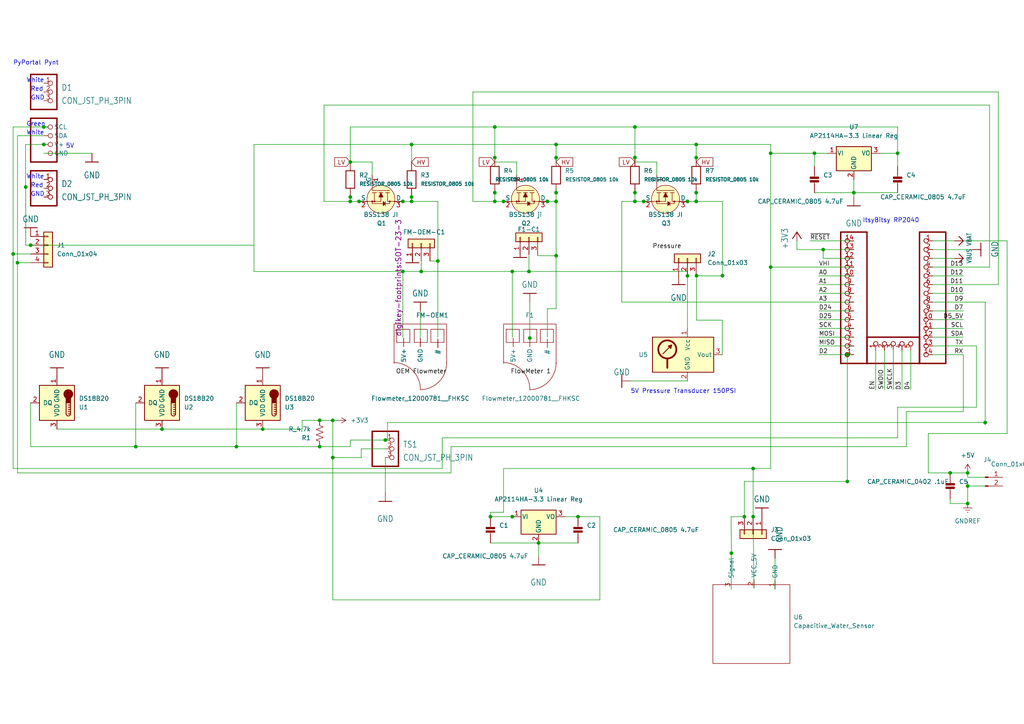
<source format=kicad_sch>
(kicad_sch (version 20211123) (generator eeschema)
  (paper "A4")
  (lib_symbols
    (symbol "Adafruit ItsyBitsy RP2040-eagle-import:+3V3" (power)
      (property "Value" "+3V3" (at -2.54 -5.08 90))
      (symbol "+3V3_1_0"
        (pin power_in line (at 0 -2.54 90) (length 2.54) (name "+3V3") (number "1"))
      )
    )
    (symbol "Adafruit ItsyBitsy RP2040-eagle-import:GND" (power)
      (property "Value" "GND" (at -2.54 -2.54 0))
      (symbol "GND_1_0"
        (pin power_in line (at 0 2.54 270) (length 2.54) (name "GND") (number "1"))
      )
    )
    (symbol "Adafruit ItsyBitsy RP2040-eagle-import:HEADER-1X14"
      (property "Reference" "JP" (at -6.35 20.955 0))
      (property "Value" "HEADER-1X14" (at -6.35 -20.32 0))
      (symbol "HEADER-1X14_1_0"
        (pin passive inverted (at -2.54 17.78 0) (length 2.54) (name "1") (number "1"))
        (pin passive inverted (at -2.54 -5.08 0) (length 2.54) (name "10") (number "10"))
        (pin passive inverted (at -2.54 -7.62 0) (length 2.54) (name "11") (number "11"))
        (pin passive inverted (at -2.54 -10.16 0) (length 2.54) (name "12") (number "12"))
        (pin passive inverted (at -2.54 -12.7 0) (length 2.54) (name "13") (number "13"))
        (pin passive inverted (at -2.54 -15.24 0) (length 2.54) (name "14") (number "14"))
        (pin passive inverted (at -2.54 15.24 0) (length 2.54) (name "2") (number "2"))
        (pin passive inverted (at -2.54 12.7 0) (length 2.54) (name "3") (number "3"))
        (pin passive inverted (at -2.54 10.16 0) (length 2.54) (name "4") (number "4"))
        (pin passive inverted (at -2.54 7.62 0) (length 2.54) (name "5") (number "5"))
        (pin passive inverted (at -2.54 5.08 0) (length 2.54) (name "6") (number "6"))
        (pin passive inverted (at -2.54 2.54 0) (length 2.54) (name "7") (number "7"))
        (pin passive inverted (at -2.54 0 0) (length 2.54) (name "8") (number "8"))
        (pin passive inverted (at -2.54 -2.54 0) (length 2.54) (name "9") (number "9"))
      )
    )
    (symbol "Adafruit ItsyBitsy RP2040-eagle-import:HEADER-1X570MIL"
      (property "Reference" "JP" (at -6.35 8.255 0))
      (property "Value" "HEADER-1X570MIL" (at -6.35 -10.16 0))
      (symbol "HEADER-1X570MIL_1_0"
        (pin passive inverted (at -2.54 5.08 0) (length 2.54) (name "1") (number "1"))
        (pin passive inverted (at -2.54 2.54 0) (length 2.54) (name "2") (number "2"))
        (pin passive inverted (at -2.54 0 0) (length 2.54) (name "3") (number "3"))
        (pin passive inverted (at -2.54 -2.54 0) (length 2.54) (name "4") (number "4"))
        (pin passive inverted (at -2.54 -5.08 0) (length 2.54) (name "5") (number "5"))
      )
    )
    (symbol "Adafruit ItsyBitsy RP2040-eagle-import:VBAT" (power)
      (property "Value" "VBAT" (at -1.524 1.016 0))
      (symbol "VBAT_1_0"
        (pin power_in line (at 0 -2.54 90) (length 2.54) (name "VBAT") (number "1"))
      )
    )
    (symbol "Adafruit ItsyBitsy RP2040-eagle-import:VBUS" (power)
      (property "Value" "VBUS" (at -1.524 1.016 0))
      (symbol "VBUS_1_0"
        (pin power_in line (at 0 -2.54 90) (length 2.54) (name "VBUS") (number "1"))
      )
    )
    (symbol "BBEcent-eagle-import:CAP_CERAMIC_0805"
      (property "Reference" "C" (at -2.29 1.25 90))
      (property "Value" "CAP_CERAMIC_0805" (at 2.3 1.25 90))
      (symbol "CAP_CERAMIC_0805_1_0"
        (pin passive line (at 0 5.08 270) (length 2.54) (name "1") (number "1"))
        (pin passive line (at 0 -2.54 90) (length 2.54) (name "2") (number "2"))
      )
    )
    (symbol "BBEcent-eagle-import:CON_JST_PH_3PIN"
      (property "Reference" "X" (at -6.35 5.715 0))
      (property "Value" "CON_JST_PH_3PIN" (at -6.35 -7.62 0))
      (symbol "CON_JST_PH_3PIN_1_0"
        (pin passive inverted (at -2.54 2.54 0) (length 2.54) (name "1") (number "1"))
        (pin passive inverted (at -2.54 0 0) (length 2.54) (name "2") (number "2"))
        (pin passive inverted (at -2.54 -2.54 0) (length 2.54) (name "3") (number "3"))
      )
    )
    (symbol "BBEcent-eagle-import:Capacitive_Water_Sensor"
      (property "Reference" "U" (at 0 0 0))
      (property "Value" "Capacitive_Water_Sensor" (at 0 0 0))
      (symbol "Capacitive_Water_Sensor_1_1"
        (pin passive line (at 6.096 25.146 90) (length 2.54) (name "GND") (number "1"))
        (pin power_in line (at 0 25.4 90) (length 2.54) (name "VCC_5V") (number "2"))
        (pin output line (at -6.604 25.146 90) (length 2.54) (name "Signal") (number "3"))
      )
    )
    (symbol "BBEcent-eagle-import:Flowmeter_12000781__FHKSC"
      (property "Reference" "F" (at 0 0 0))
      (property "Value" "Flowmeter_12000781__FHKSC" (at 0 0 0))
      (symbol "Flowmeter_12000781__FHKSC_1_1"
        (pin output line (at 5.08 17.272 270) (length 2.54) (name "#") (number ""))
        (pin input line (at -4.826 17.526 270) (length 2.54) (name "5V+") (number ""))
        (pin passive line (at 0 17.526 270) (length 2.54) (name "GND") (number ""))
      )
    )
    (symbol "BBEcent-eagle-import:GND" (power)
      (property "Value" "GND" (at -2.54 -2.54 0))
      (symbol "GND_1_0"
        (pin power_in line (at 0 2.54 270) (length 2.54) (name "GND") (number "1"))
      )
    )
    (symbol "BBEcent-eagle-import:RESISTOR_0805"
      (property "Reference" "R" (at 0 2.54 0))
      (property "Value" "RESISTOR_0805" (at 0 0 0))
      (symbol "RESISTOR_0805_1_0"
        (pin passive line (at -5.08 0 0) (length 2.54) (name "1") (number "1"))
        (pin passive line (at 5.08 0 180) (length 2.54) (name "2") (number "2"))
      )
    )
    (symbol "BBEcent-eagle-import:STEMMA_I2C_QT"
      (symbol "STEMMA_I2C_QT_1_0"
        (pin passive inverted (at 0 5.08 0) (length 2.54) (name "GND") (number "1"))
        (pin passive inverted (at 0 2.54 0) (length 2.54) (name "V+") (number "2"))
        (pin passive inverted (at 0 0 0) (length 2.54) (name "SDA") (number "3"))
        (pin passive inverted (at 0 -2.54 0) (length 2.54) (name "SCL") (number "4"))
      )
      (symbol "STEMMA_I2C_QT_2_0"
        (pin bidirectional line (at 0 0 0) (length 5.08) (name "MT") (number "MT1"))
      )
      (symbol "STEMMA_I2C_QT_3_0"
        (pin bidirectional line (at 0 0 0) (length 5.08) (name "MT") (number "MT2"))
      )
    )
    (symbol "Connector:Conn_01x02_Male" (pin_names (offset 1.016) hide)
      (property "Reference" "J" (at 0 2.54 0))
      (property "Value" "Conn_01x02_Male" (at 0 -5.08 0))
      (symbol "Conn_01x02_Male_1_1"
        (pin passive line (at 5.08 0 180) (length 3.81) (name "Pin_1") (number "1"))
        (pin passive line (at 5.08 -2.54 180) (length 3.81) (name "Pin_2") (number "2"))
      )
    )
    (symbol "Connector_Generic:Conn_01x03" (pin_names (offset 1.016) hide)
      (property "Reference" "J" (at 0 5.08 0))
      (property "Value" "Conn_01x03" (at 0 -5.08 0))
      (symbol "Conn_01x03_1_1"
        (pin passive line (at -5.08 2.54 0) (length 3.81) (name "Pin_1") (number "1"))
        (pin passive line (at -5.08 0 0) (length 3.81) (name "Pin_2") (number "2"))
        (pin passive line (at -5.08 -2.54 0) (length 3.81) (name "Pin_3") (number "3"))
      )
    )
    (symbol "Connector_Generic:Conn_01x04" (pin_names (offset 1.016) hide)
      (property "Reference" "J" (at 0 5.08 0))
      (property "Value" "Conn_01x04" (at 0 -7.62 0))
      (symbol "Conn_01x04_1_1"
        (pin passive line (at -5.08 2.54 0) (length 3.81) (name "Pin_1") (number "1"))
        (pin passive line (at -5.08 0 0) (length 3.81) (name "Pin_2") (number "2"))
        (pin passive line (at -5.08 -2.54 0) (length 3.81) (name "Pin_3") (number "3"))
        (pin passive line (at -5.08 -5.08 0) (length 3.81) (name "Pin_4") (number "4"))
      )
    )
    (symbol "Device:R_US" (pin_numbers hide) (pin_names (offset 0))
      (property "Reference" "R" (at 2.54 0 90))
      (property "Value" "R_US" (at -2.54 0 90))
      (symbol "R_US_1_1"
        (pin passive line (at 0 3.81 270) (length 1.27) (name "~") (number "1"))
        (pin passive line (at 0 -3.81 90) (length 1.27) (name "~") (number "2"))
      )
    )
    (symbol "Regulator_Linear:LT1129-3.3_SOT223" (pin_names (offset 0.254))
      (property "Reference" "U" (at -3.81 3.175 0))
      (property "Value" "LT1129-3.3_SOT223" (at 0 3.175 0))
      (symbol "LT1129-3.3_SOT223_1_1"
        (pin power_in line (at -7.62 0 0) (length 2.54) (name "VI") (number "1"))
        (pin power_in line (at 0 -7.62 90) (length 2.54) (name "GND") (number "2"))
        (pin power_out line (at 7.62 0 180) (length 2.54) (name "VO") (number "3"))
      )
    )
    (symbol "Sensor_Pressure:40PC150G"
      (property "Reference" "U" (at -10.16 6.35 0))
      (property "Value" "40PC150G" (at 6.35 6.35 0))
      (symbol "40PC150G_1_1"
        (pin power_in line (at 0 7.62 270) (length 2.54) (name "Vcc") (number "1"))
        (pin power_in line (at 0 -7.62 90) (length 2.54) (name "GND") (number "2"))
        (pin output line (at 10.16 0 180) (length 2.54) (name "Vout") (number "3"))
        (pin no_connect line (at -7.62 -5.08 90) (length 2.54) hide (name "NC") (number "4"))
        (pin no_connect line (at -5.08 -5.08 90) (length 2.54) hide (name "NC") (number "5"))
        (pin no_connect line (at -2.54 -5.08 90) (length 2.54) hide (name "NC") (number "6"))
      )
    )
    (symbol "Sensor_Temperature:DS18B20" (pin_names (offset 1.016))
      (property "Reference" "U" (at -3.81 6.35 0))
      (property "Value" "DS18B20" (at 6.35 6.35 0))
      (symbol "DS18B20_1_1"
        (pin power_in line (at 0 -7.62 90) (length 2.54) (name "GND") (number "1"))
        (pin bidirectional line (at 7.62 0 180) (length 2.54) (name "DQ") (number "2"))
        (pin power_in line (at 0 7.62 270) (length 2.54) (name "VDD") (number "3"))
      )
    )
    (symbol "dk_Transistors-FETs-MOSFETs-Single:BSS138LT1G" (pin_names (offset 0))
      (property "Reference" "Q" (at -3.81 3.81 0))
      (property "Value" "BSS138LT1G" (at 5.08 0 90))
      (symbol "BSS138LT1G_1_1"
        (pin bidirectional line (at -7.62 -2.54 0) (length 2.54) (name "G") (number "1"))
        (pin bidirectional line (at 0 -6.35 90) (length 2.54) (name "S") (number "2"))
        (pin bidirectional line (at 0 6.35 270) (length 2.54) (name "D") (number "3"))
      )
    )
    (symbol "power:+3.3V" (power) (pin_names (offset 0))
      (property "Value" "+3.3V" (at 0 3.556 0))
      (symbol "+3.3V_1_1"
        (pin power_in line (at 0 0 90) (length 0) hide (name "+3V3") (number "1"))
      )
    )
    (symbol "power:+5V" (power) (pin_names (offset 0))
      (property "Value" "+5V" (at 0 3.556 0))
      (symbol "+5V_1_1"
        (pin power_in line (at 0 0 90) (length 0) hide (name "+5V") (number "1"))
      )
    )
    (symbol "power:GNDREF" (power) (pin_names (offset 0))
      (property "Value" "GNDREF" (at 0 -3.81 0))
      (symbol "GNDREF_1_1"
        (pin power_in line (at 0 0 270) (length 0) hide (name "GNDREF") (number "1"))
      )
    )
  )
  (junction (at 184.15 45.72))
  (junction (at 101.6 46.99))
  (junction (at 161.29 45.72))
  (junction (at 201.93 55.88))
  (junction (at 7.4676 54.2544))
  (junction (at 92.71 129.54))
  (junction (at 96.52 121.92))
  (junction (at 143.51 45.72))
  (junction (at 119.38 41.91))
  (junction (at 104.14 58.42))
  (junction (at 143.51 36.83))
  (junction (at 236.22 44.45))
  (junction (at 161.29 74.168))
  (junction (at 101.6 58.42))
  (junction (at 68.58 129.54))
  (junction (at 12.7 36.83))
  (junction (at 199.39 80.01))
  (junction (at 92.71 121.92))
  (junction (at 161.29 55.88))
  (junction (at 119.38 58.42))
  (junction (at 119.38 57.15))
  (junction (at 245.745 102.87))
  (junction (at 127 75.692))
  (junction (at 122.174 78.74))
  (junction (at 260.35 44.45))
  (junction (at 116.84 58.42))
  (junction (at 209.55 79.9592))
  (junction (at 143.51 55.88))
  (junction (at 39.37 129.54))
  (junction (at 280.67 137.16))
  (junction (at 218.44 135.89))
  (junction (at 158.75 58.42))
  (junction (at 8.89 71.12))
  (junction (at 5.08 76.2))
  (junction (at 280.67 140.97))
  (junction (at 202.0316 79.9592))
  (junction (at 215.9 149.86))
  (junction (at 275.59 137.16))
  (junction (at 153.416 78.74))
  (junction (at 245.7704 139.6492))
  (junction (at 186.69 58.42))
  (junction (at 201.93 41.91))
  (junction (at 96.52 132.715))
  (junction (at 146.05 58.42))
  (junction (at 167.64 149.86))
  (junction (at 111.76 127.635))
  (junction (at 3.81 73.66))
  (junction (at 116.84 78.74))
  (junction (at 199.39 58.42))
  (junction (at 280.67 146.05))
  (junction (at 101.6 57.15))
  (junction (at 153.67 98.044))
  (junction (at 148.59 78.74))
  (junction (at 184.15 58.42))
  (junction (at 184.15 55.88))
  (junction (at 238.76 72.39))
  (junction (at 285.75 122.555))
  (junction (at 142.24 149.86))
  (junction (at 218.44 149.86))
  (junction (at 247.65 55.88))
  (junction (at 12.7 41.91))
  (junction (at 212.1408 160.4264))
  (junction (at 223.52 44.45))
  (junction (at 201.93 58.42))
  (junction (at 223.52 77.47))
  (junction (at 143.51 58.42))
  (junction (at 148.59 149.86))
  (junction (at 161.29 41.91))
  (junction (at 76.2 124.46))
  (junction (at 156.21 157.48))
  (junction (at 201.93 45.72))
  (junction (at 161.29 58.42))
  (junction (at 46.99 124.46))
  (junction (at 184.15 36.83))
  (wire (pts (xy 130.81 137.16) (xy 130.81 129.54)))
  (wire (pts (xy 119.38 41.91) (xy 119.38 46.99)))
  (wire (pts (xy 73.66 41.91) (xy 119.38 41.91)))
  (wire (pts (xy 218.44 135.89) (xy 223.52 135.89)))
  (wire (pts (xy 231.14 72.39) (xy 238.76 72.39)))
  (wire (pts (xy 3.81 73.66) (xy 3.81 135.89)))
  (wire (pts (xy 201.93 80.01) (xy 209.55 80.01)))
  (wire (pts (xy 260.35 44.45) (xy 260.35 48.26)))
  (wire (pts (xy 5.08 76.2) (xy 5.08 137.16)))
  (wire (pts (xy 285.75 87.63) (xy 285.75 122.555)))
  (wire (pts (xy 231.14 69.85) (xy 231.14 72.39)))
  (wire (pts (xy 262.89 129.54) (xy 262.89 119.38)))
  (wire (pts (xy 161.29 55.88) (xy 161.29 58.42)))
  (wire (pts (xy 236.22 44.45) (xy 236.22 48.26)))
  (wire (pts (xy 280.67 146.05) (xy 275.59 146.05)))
  (wire (pts (xy 270.51 87.63) (xy 285.75 87.63)))
  (wire (pts (xy 107.95 46.99) (xy 107.95 50.8)))
  (wire (pts (xy 143.51 36.83) (xy 143.51 45.72)))
  (wire (pts (xy 260.35 118.11) (xy 283.21 118.11)))
  (wire (pts (xy 270.51 95.25) (xy 279.4 95.25)))
  (wire (pts (xy 112.395 122.555) (xy 285.75 122.555)))
  (wire (pts (xy 247.65 95.25) (xy 237.49 95.25)))
  (wire (pts (xy 122.174 75.692) (xy 122.174 78.74)))
  (wire (pts (xy 292.1 69.85) (xy 292.1 125.73)))
  (wire (pts (xy 101.6 127.635) (xy 101.6 129.54)))
  (wire (pts (xy 143.51 55.88) (xy 143.51 58.42)))
  (wire (pts (xy 283.21 118.11) (xy 283.21 100.33)))
  (wire (pts (xy 101.6 58.42) (xy 104.14 58.42)))
  (wire (pts (xy 209.4992 92.8624) (xy 202.0316 92.8624)))
  (wire (pts (xy 247.65 55.88) (xy 247.65 57.15)))
  (wire (pts (xy 223.52 77.47) (xy 247.65 77.47)))
  (wire (pts (xy 158.75 97.79) (xy 158.75 89.535)))
  (wire (pts (xy 201.93 41.91) (xy 201.93 45.72)))
  (wire (pts (xy 104.775 132.715) (xy 96.52 132.715)))
  (wire (pts (xy 96.52 121.92) (xy 92.71 121.92)))
  (wire (pts (xy 146.05 135.89) (xy 218.44 135.89)))
  (wire (pts (xy 3.81 36.83) (xy 3.81 73.66)))
  (wire (pts (xy 128.27 127) (xy 260.35 127)))
  (wire (pts (xy 201.93 58.42) (xy 209.55 58.42)))
  (wire (pts (xy 224.79 161.925) (xy 224.79 170.8404)))
  (wire (pts (xy 142.24 157.48) (xy 156.21 157.48)))
  (wire (pts (xy 182.88 110.49) (xy 199.39 110.49)))
  (wire (pts (xy 245.745 102.87) (xy 237.49 102.87)))
  (wire (pts (xy 111.76 132.715) (xy 111.76 142.875)))
  (wire (pts (xy 199.39 78.74) (xy 199.39 80.01)))
  (wire (pts (xy 12.7 36.83) (xy 3.81 36.83)))
  (wire (pts (xy 270.51 82.55) (xy 289.56 82.55)))
  (wire (pts (xy 119.38 54.61) (xy 119.38 57.15)))
  (wire (pts (xy 201.93 54.61) (xy 201.93 55.88)))
  (wire (pts (xy 270.51 74.93) (xy 276.86 74.93)))
  (wire (pts (xy 119.38 41.91) (xy 161.29 41.91)))
  (wire (pts (xy 3.81 135.89) (xy 128.27 135.89)))
  (wire (pts (xy 76.2 124.46) (xy 46.99 124.46)))
  (wire (pts (xy 247.65 52.07) (xy 247.65 55.88)))
  (wire (pts (xy 270.51 102.87) (xy 279.4 102.87)))
  (wire (pts (xy 161.29 45.72) (xy 161.29 46.99)))
  (wire (pts (xy 46.99 124.46) (xy 16.51 124.46)))
  (wire (pts (xy 155.956 74.168) (xy 161.29 74.168)))
  (wire (pts (xy 264.16 101.6) (xy 264.16 113.03)))
  (wire (pts (xy 280.67 138.43) (xy 280.67 137.16)))
  (wire (pts (xy 236.22 44.45) (xy 240.03 44.45)))
  (wire (pts (xy 104.14 58.42) (xy 105.41 58.42)))
  (wire (pts (xy 124.714 75.692) (xy 127 75.692)))
  (wire (pts (xy 285.75 122.555) (xy 285.75 123.19)))
  (wire (pts (xy 247.65 69.85) (xy 234.95 69.85)))
  (wire (pts (xy 259.08 113.03) (xy 259.08 101.6)))
  (wire (pts (xy 39.37 129.54) (xy 39.37 116.84)))
  (wire (pts (xy 201.93 45.72) (xy 201.93 46.99)))
  (wire (pts (xy 247.65 90.17) (xy 237.49 90.17)))
  (wire (pts (xy 115.57 58.42) (xy 116.84 58.42)))
  (wire (pts (xy 167.64 149.86) (xy 173.99 149.86)))
  (wire (pts (xy 142.24 149.86) (xy 148.59 149.86)))
  (wire (pts (xy 161.29 41.91) (xy 201.93 41.91)))
  (wire (pts (xy 163.83 149.86) (xy 167.64 149.86)))
  (wire (pts (xy 247.65 85.09) (xy 237.49 85.09)))
  (wire (pts (xy 130.81 129.54) (xy 262.89 129.54)))
  (wire (pts (xy 153.416 78.74) (xy 199.39 78.74)))
  (wire (pts (xy 87.63 124.46) (xy 87.63 121.92)))
  (wire (pts (xy 76.2 124.46) (xy 87.63 124.46)))
  (wire (pts (xy 143.51 46.99) (xy 149.86 46.99)))
  (wire (pts (xy 101.6 57.15) (xy 101.6 58.42)))
  (wire (pts (xy 146.05 58.42) (xy 147.32 58.42)))
  (wire (pts (xy 143.51 58.42) (xy 146.05 58.42)))
  (wire (pts (xy 180.34 58.42) (xy 180.34 87.63)))
  (wire (pts (xy 262.89 119.38) (xy 279.4 119.38)))
  (wire (pts (xy 199.39 58.42) (xy 201.93 58.42)))
  (wire (pts (xy 279.4 69.85) (xy 292.1 69.85)))
  (wire (pts (xy 287.02 30.48) (xy 287.02 77.47)))
  (wire (pts (xy 270.51 100.33) (xy 283.21 100.33)))
  (wire (pts (xy 127 58.42) (xy 127 75.692)))
  (wire (pts (xy 92.71 129.54) (xy 68.58 129.54)))
  (wire (pts (xy 161.29 58.42) (xy 161.29 74.168)))
  (wire (pts (xy 73.66 41.91) (xy 73.66 78.74)))
  (wire (pts (xy 279.4 80.01) (xy 270.51 80.01)))
  (wire (pts (xy 93.98 58.42) (xy 93.98 30.48)))
  (wire (pts (xy 186.69 58.42) (xy 187.96 58.42)))
  (wire (pts (xy 218.44 149.86) (xy 218.44 135.89)))
  (wire (pts (xy 254 101.6) (xy 254 113.03)))
  (wire (pts (xy 116.84 78.74) (xy 116.84 97.79)))
  (wire (pts (xy 127 75.692) (xy 127 97.79)))
  (wire (pts (xy 269.24 125.73) (xy 269.24 137.16)))
  (wire (pts (xy 279.4 90.17) (xy 270.51 90.17)))
  (wire (pts (xy 261.62 101.6) (xy 261.62 113.03)))
  (wire (pts (xy 7.4676 71.12) (xy 8.89 71.12)))
  (wire (pts (xy 149.86 46.99) (xy 149.86 50.8)))
  (wire (pts (xy 3.81 73.66) (xy 8.89 73.66)))
  (wire (pts (xy 153.67 87.63) (xy 153.67 98.044)))
  (wire (pts (xy 190.5 46.99) (xy 190.5 50.8)))
  (wire (pts (xy 157.48 58.42) (xy 158.75 58.42)))
  (wire (pts (xy 156.21 157.48) (xy 167.64 157.48)))
  (wire (pts (xy 223.52 44.45) (xy 236.22 44.45)))
  (wire (pts (xy 237.49 100.33) (xy 247.65 100.33)))
  (wire (pts (xy 247.65 97.79) (xy 237.49 97.79)))
  (wire (pts (xy 212.0392 149.86) (xy 215.9 149.86)))
  (wire (pts (xy 122.174 78.74) (xy 148.59 78.74)))
  (wire (pts (xy 238.76 72.39) (xy 247.65 72.39)))
  (wire (pts (xy 111.76 130.175) (xy 104.775 130.175)))
  (wire (pts (xy 112.395 122.555) (xy 112.395 127.635)))
  (wire (pts (xy 104.775 130.175) (xy 104.775 132.715)))
  (wire (pts (xy 173.99 173.99) (xy 96.52 173.99)))
  (wire (pts (xy 119.634 73.66) (xy 119.634 75.692)))
  (wire (pts (xy 8.89 76.2) (xy 5.08 76.2)))
  (wire (pts (xy 276.86 69.85) (xy 270.51 69.85)))
  (wire (pts (xy 209.55 58.42) (xy 209.55 79.9592)))
  (wire (pts (xy 97.79 121.92) (xy 96.52 121.92)))
  (wire (pts (xy 111.76 127.635) (xy 101.6 127.635)))
  (wire (pts (xy 260.35 127) (xy 260.35 118.11)))
  (wire (pts (xy 161.29 54.61) (xy 161.29 55.88)))
  (wire (pts (xy 148.59 78.74) (xy 153.416 78.74)))
  (wire (pts (xy 260.35 44.45) (xy 260.35 36.83)))
  (wire (pts (xy 236.22 55.88) (xy 247.65 55.88)))
  (wire (pts (xy 8.89 129.54) (xy 8.89 116.84)))
  (wire (pts (xy 161.29 74.168) (xy 161.29 89.535)))
  (wire (pts (xy 280.67 140.97) (xy 285.75 140.97)))
  (wire (pts (xy 5.08 137.16) (xy 130.81 137.16)))
  (wire (pts (xy 7.4676 54.2544) (xy 7.4676 71.12)))
  (wire (pts (xy 87.63 121.92) (xy 92.71 121.92)))
  (wire (pts (xy 184.15 36.83) (xy 260.35 36.83)))
  (wire (pts (xy 116.84 78.74) (xy 122.174 78.74)))
  (wire (pts (xy 270.51 92.71) (xy 279.4 92.71)))
  (wire (pts (xy 280.67 139.7) (xy 280.67 140.97)))
  (wire (pts (xy 255.27 44.45) (xy 260.35 44.45)))
  (wire (pts (xy 7.4168 41.91) (xy 7.4168 54.2544)))
  (wire (pts (xy 184.15 46.99) (xy 190.5 46.99)))
  (wire (pts (xy 279.4 97.79) (xy 270.51 97.79)))
  (wire (pts (xy 96.52 121.92) (xy 96.52 132.715)))
  (wire (pts (xy 119.38 57.15) (xy 119.38 58.42)))
  (wire (pts (xy 223.52 77.47) (xy 223.52 135.89)))
  (wire (pts (xy 223.52 44.45) (xy 223.52 77.47)))
  (wire (pts (xy 93.98 30.48) (xy 287.02 30.48)))
  (wire (pts (xy 270.51 77.47) (xy 287.02 77.47)))
  (wire (pts (xy 68.58 129.54) (xy 39.37 129.54)))
  (wire (pts (xy 39.37 129.54) (xy 8.89 129.54)))
  (wire (pts (xy 184.15 58.42) (xy 186.69 58.42)))
  (wire (pts (xy 184.15 46.99) (xy 184.15 45.72)))
  (wire (pts (xy 112.395 127.635) (xy 111.76 127.635)))
  (wire (pts (xy 142.24 148.59) (xy 146.05 148.59)))
  (wire (pts (xy 289.56 82.55) (xy 289.56 26.67)))
  (wire (pts (xy 119.38 58.42) (xy 127 58.42)))
  (wire (pts (xy 153.416 74.168) (xy 153.416 78.74)))
  (wire (pts (xy 121.92 90.17) (xy 121.92 97.79)))
  (wire (pts (xy 93.98 58.42) (xy 101.6 58.42)))
  (wire (pts (xy 247.65 80.01) (xy 237.49 80.01)))
  (wire (pts (xy 137.16 26.67) (xy 137.16 58.42)))
  (wire (pts (xy 285.75 138.43) (xy 280.67 138.43)))
  (wire (pts (xy 202.0316 92.8624) (xy 202.0316 79.9592)))
  (wire (pts (xy 269.24 137.16) (xy 275.59 137.16)))
  (wire (pts (xy 142.24 149.86) (xy 142.24 148.59)))
  (wire (pts (xy 12.7508 41.91) (xy 12.7 41.91)))
  (wire (pts (xy 218.44 149.86) (xy 218.694 170.5864)))
  (wire (pts (xy 238.76 74.93) (xy 247.65 74.93)))
  (wire (pts (xy 116.84 58.42) (xy 119.38 58.42)))
  (wire (pts (xy 198.12 58.42) (xy 199.39 58.42)))
  (wire (pts (xy 148.59 78.74) (xy 148.59 97.79)))
  (wire (pts (xy 215.9 139.6492) (xy 245.7704 139.6492)))
  (wire (pts (xy 256.54 101.6) (xy 256.54 113.03)))
  (wire (pts (xy 184.15 55.88) (xy 184.15 58.42)))
  (wire (pts (xy 101.6 129.54) (xy 92.71 129.54)))
  (wire (pts (xy 8.89 71.12) (xy 73.6092 71.12)))
  (wire (pts (xy 223.52 41.91) (xy 223.52 44.45)))
  (wire (pts (xy 237.49 82.55) (xy 247.65 82.55)))
  (wire (pts (xy 245.745 139.7) (xy 245.745 102.87)))
  (wire (pts (xy 279.4 119.38) (xy 279.4 102.87)))
  (wire (pts (xy 68.58 129.54) (xy 68.58 116.84)))
  (wire (pts (xy 237.49 92.71) (xy 247.65 92.71)))
  (wire (pts (xy 73.66 78.74) (xy 116.84 78.74)))
  (wire (pts (xy 128.27 135.89) (xy 128.27 127)))
  (wire (pts (xy 238.76 74.93) (xy 238.76 72.39)))
  (wire (pts (xy 101.6 36.83) (xy 101.6 46.99)))
  (wire (pts (xy 12.7 44.45) (xy 26.67 44.45)))
  (wire (pts (xy 275.59 137.16) (xy 280.67 137.16)))
  (wire (pts (xy 292.1 125.73) (xy 269.24 125.73)))
  (wire (pts (xy 150.876 73.914) (xy 150.876 72.136)))
  (wire (pts (xy 137.16 58.42) (xy 143.51 58.42)))
  (wire (pts (xy 184.15 45.72) (xy 184.15 36.83)))
  (wire (pts (xy 173.99 149.86) (xy 173.99 173.99)))
  (wire (pts (xy 212.09 160.528) (xy 212.09 170.8404)))
  (wire (pts (xy 180.34 58.42) (xy 184.15 58.42)))
  (wire (pts (xy 158.75 58.42) (xy 161.29 58.42)))
  (wire (pts (xy 137.16 26.67) (xy 289.56 26.67)))
  (wire (pts (xy 275.59 146.05) (xy 275.59 144.78)))
  (wire (pts (xy 12.7 41.91) (xy 7.4168 41.91)))
  (wire (pts (xy 215.9 149.86) (xy 215.9 139.6492)))
  (wire (pts (xy 12.7 39.37) (xy 5.08 39.37)))
  (wire (pts (xy 281.94 72.39) (xy 270.51 72.39)))
  (wire (pts (xy 148.59 149.86) (xy 149.86 149.86)))
  (wire (pts (xy 5.08 39.37) (xy 5.08 76.2)))
  (wire (pts (xy 146.05 135.89) (xy 146.05 148.59)))
  (wire (pts (xy 101.6 54.61) (xy 101.6 57.15)))
  (wire (pts (xy 180.34 87.63) (xy 247.65 87.63)))
  (wire (pts (xy 279.4 85.09) (xy 270.51 85.09)))
  (wire (pts (xy 199.39 80.01) (xy 199.39 95.25)))
  (wire (pts (xy 143.51 36.83) (xy 101.6 36.83)))
  (wire (pts (xy 143.51 45.72) (xy 143.51 46.99)))
  (wire (pts (xy 153.67 98.044) (xy 153.67 99.06)))
  (wire (pts (xy 201.93 55.88) (xy 201.93 58.42)))
  (wire (pts (xy 96.52 132.715) (xy 96.52 173.99)))
  (wire (pts (xy 161.29 41.91) (xy 161.29 45.72)))
  (wire (pts (xy 209.55 80.01) (xy 209.55 79.9592)))
  (wire (pts (xy 247.65 102.87) (xy 245.745 102.87)))
  (wire (pts (xy 161.29 89.535) (xy 158.75 89.535)))
  (wire (pts (xy 247.65 55.88) (xy 260.35 55.88)))
  (wire (pts (xy 13.97 36.83) (xy 12.7 36.83)))
  (wire (pts (xy 209.4992 102.87) (xy 209.4992 92.8624)))
  (wire (pts (xy 201.93 41.91) (xy 223.52 41.91)))
  (wire (pts (xy 184.15 54.61) (xy 184.15 55.88)))
  (wire (pts (xy 280.67 140.97) (xy 280.67 146.05)))
  (wire (pts (xy 143.51 36.83) (xy 184.15 36.83)))
  (wire (pts (xy 143.51 54.61) (xy 143.51 55.88)))
  (wire (pts (xy 101.6 46.99) (xy 107.95 46.99)))
  (wire (pts (xy 155.956 73.914) (xy 155.956 74.168)))
  (wire (pts (xy 212.1408 160.4264) (xy 212.0392 149.86)))
  (wire (pts (xy 156.21 157.48) (xy 156.21 161.29)))
  (text "ItsyBitsy RP2040" (at 250.19 64.77 0) (effects (font (size 1.27 1.27)) (justify left bottom)))
  (text "GND" (at 8.89 29.21 0) (effects (font (size 1.27 1.27)) (justify left bottom)))
  (text "5V" (at 19.05 43.18 0) (effects (font (size 1.27 1.27)) (justify left bottom)))
  (text "White" (at 7.62 24.13 0) (effects (font (size 1.27 1.27)) (justify left bottom)))
  (text "PyPortal Pynt" (at 3.81 19.05 0) (effects (font (size 1.27 1.27)) (justify left bottom)))
  (text "White" (at 7.62 52.07 0) (effects (font (size 1.27 1.27)) (justify left bottom)))
  (text "Red" (at 8.89 54.61 0) (effects (font (size 1.27 1.27)) (justify left bottom)))
  (text "GND" (at 8.89 57.15 0) (effects (font (size 1.27 1.27)) (justify left bottom)))
  (text "White" (at 7.62 39.37 0) (effects (font (size 1.27 1.27)) (justify left bottom)))
  (text "Red" (at 8.89 26.67 0) (effects (font (size 1.27 1.27)) (justify left bottom)))
  (text "Green\n" (at 7.62 36.83 0) (effects (font (size 1.27 1.27)) (justify left bottom)))
  (text "5V Pressure Transducer 150PSI" (at 182.88 114.3 0) (effects (font (size 1.27 1.27)) (justify left bottom)))
  (label "D11" (at 279.4 82.55 180) (effects (font (size 1.2446 1.2446))))
  (label "D12" (at 279.4 80.01 180) (effects (font (size 1.2446 1.2446))))
  (label "D9" (at 279.4 87.63 180) (effects (font (size 1.2446 1.2446))))
  (label "FlowMeter 1" (at 148.082 108.712 0))
  (label "SWDIO" (at 256.54 113.03 90) (effects (font (size 1.2446 1.2446))))
  (label "A1" (at 237.49 82.55 0) (effects (font (size 1.2446 1.2446))))
  (label "D10" (at 279.4 85.09 180) (effects (font (size 1.2446 1.2446))))
  (label "D5_5V" (at 279.4 92.71 180) (effects (font (size 1.2446 1.2446))))
  (label "EN" (at 254 113.03 90) (effects (font (size 1.2446 1.2446))))
  (label "SDA" (at 279.4 97.79 180) (effects (font (size 1.2446 1.2446))))
  (label "SWCLK" (at 259.08 113.03 90) (effects (font (size 1.2446 1.2446))))
  (label "MOSI" (at 237.49 97.79 0) (effects (font (size 1.2446 1.2446))))
  (label "OEM Flowmeter" (at 114.808 108.712 0))
  (label "D24" (at 237.49 90.17 0) (effects (font (size 1.2446 1.2446))))
  (label "VHI" (at 237.49 77.47 0) (effects (font (size 1.2446 1.2446))))
  (label "MISO" (at 237.49 100.33 0) (effects (font (size 1.2446 1.2446))))
  (label "TX" (at 279.4 100.33 180) (effects (font (size 1.2446 1.2446))))
  (label "~{RESET}" (at 234.95 69.85 0) (effects (font (size 1.2446 1.2446))))
  (label "D25" (at 237.49 92.71 0) (effects (font (size 1.2446 1.2446))))
  (label "A3" (at 237.49 87.63 0) (effects (font (size 1.2446 1.2446))))
  (label "D2" (at 237.49 102.87 0) (effects (font (size 1.2446 1.2446))))
  (label "A0" (at 237.49 80.01 0) (effects (font (size 1.2446 1.2446))))
  (label "SCK" (at 237.49 95.25 0) (effects (font (size 1.2446 1.2446))))
  (label "A2" (at 237.49 85.09 0) (effects (font (size 1.2446 1.2446))))
  (label "D13" (at 279.4 77.47 180) (effects (font (size 1.2446 1.2446))))
  (label "RX" (at 279.4 102.87 180) (effects (font (size 1.2446 1.2446))))
  (label "Pressure" (at 189.23 72.39 0))
  (label "D7" (at 279.4 90.17 180) (effects (font (size 1.2446 1.2446))))
  (label "D4" (at 264.16 110.49 270) (effects (font (size 1.2446 1.2446))))
  (label "D3" (at 261.62 110.49 270) (effects (font (size 1.2446 1.2446))))
  (label "SCL" (at 279.4 95.25 180) (effects (font (size 1.2446 1.2446))))
  (global_label "HV" (shape input) (at 119.38 46.99 0) (property "Intersheet References" "${INTERSHEET_REFS}" (effects hide)))
  (global_label "LV" (shape input) (at 143.51 46.99 180) (property "Intersheet References" "${INTERSHEET_REFS}" (effects hide)))
  (global_label "LV" (shape input) (at 184.15 46.99 180) (property "Intersheet References" "${INTERSHEET_REFS}" (effects hide)))
  (global_label "HV" (shape input) (at 161.29 46.99 0) (property "Intersheet References" "${INTERSHEET_REFS}" (effects hide)))
  (global_label "LV" (shape input) (at 101.6 46.99 180) (property "Intersheet References" "${INTERSHEET_REFS}" (effects hide)))
  (global_label "HV" (shape input) (at 201.93 46.99 0) (property "Intersheet References" "${INTERSHEET_REFS}" (effects hide)))
  (symbol (lib_id "BBEcent-eagle-import:CAP_CERAMIC_0805") (at 260.35 53.34 0) (unit 1)
    (property "Reference" "C4" (at 262.89 50.7999 0) (effects (justify left)))
    (property "Value" "CAP_CERAMIC_0805 4.7uF" (at 255.27 57.15 0) (effects (justify left)))
    (property "Footprint" "Capacitor_SMD:C_0805_2012Metric" (effects hide))
  )
  (symbol (lib_id "BBEcent-eagle-import:RESISTOR_0805") (at 143.51 50.8 90) (unit 1)
    (property "Reference" "R4" (at 146.05 49.5299 90) (effects (justify right)))
    (property "Value" "RESISTOR_0805 10k" (at 143.51 52.07 90) (effects (font (size 1.016 1.016) bold) (justify right)))
    (property "Footprint" "Resistor_SMD:R_1206_3216Metric" (effects hide))
  )
  (symbol (lib_id "BBEcent-eagle-import:CAP_CERAMIC_0805") (at 275.59 142.24 0) (unit 1)
    (property "Reference" "C5" (at 278.13 139.6999 0) (effects (justify left)))
    (property "Value" "CAP_CERAMIC_0402 .1uF" (at 251.46 139.7 0) (effects (justify left)))
    (property "Footprint" "Capacitor_SMD:C_01005_0402Metric" (effects hide))
  )
  (symbol (lib_id "BBEcent-eagle-import:GND") (at 76.2 106.68 180) (unit 1)
    (property "Reference" "#GND05" (effects hide))
    (property "Value" "GND" (at 76.2 102.87 0) (effects (font (size 1.778 1.5113))))
    (property "Footprint" "BBEcent:" (effects hide))
  )
  (symbol (lib_id "Device:R_US") (at 92.71 125.73 180) (unit 1) (on_board no)
    (property "Reference" "R1" (at 90.17 127.0001 0) (effects (justify left)))
    (property "Value" "R_4.7k" (at 90.17 124.4601 0) (effects (justify left)))
  )
  (symbol (lib_id "BBEcent-eagle-import:GND") (at 46.99 106.68 180) (unit 1)
    (property "Reference" "#GND04" (effects hide))
    (property "Value" "GND" (at 46.99 102.87 0) (effects (font (size 1.778 1.5113))))
    (property "Footprint" "BBEcent:" (effects hide))
  )
  (symbol (lib_id "BBEcent-eagle-import:GND") (at 196.85 82.55 0) (unit 1)
    (property "Reference" "#GND013" (effects hide))
    (property "Value" "GND" (at 196.85 86.36 0) (effects (font (size 1.778 1.5113))))
    (property "Footprint" "BBEcent:" (effects hide))
  )
  (symbol (lib_id "Sensor_Temperature:DS18B20") (at 76.2 116.84 180) (unit 1) (on_board no)
    (property "Reference" "U3" (at 82.55 118.1101 0) (effects (justify right)))
    (property "Value" "DS18B20" (at 82.55 115.5701 0) (effects (justify right)))
    (property "Footprint" "Package_TO_SOT_THT:TO-92_Inline" (effects hide))
    (property "Datasheet" "http://datasheets.maximintegrated.com/en/ds/DS18B20.pdf" (effects hide))
  )
  (symbol (lib_id "BBEcent-eagle-import:RESISTOR_0805") (at 119.38 52.07 90) (unit 1)
    (property "Reference" "R3" (at 121.92 50.7999 90) (effects (justify right)))
    (property "Value" "RESISTOR_0805 10k" (at 121.92 53.34 90) (effects (font (size 1.016 1.016) bold) (justify right)))
    (property "Footprint" "Resistor_SMD:R_1206_3216Metric" (effects hide))
  )
  (symbol (lib_id "Adafruit ItsyBitsy RP2040-eagle-import:VBAT") (at 279.4 69.85 270) (mirror x) (unit 1)
    (property "Reference" "#U$01" (effects hide))
    (property "Value" "VBAT" (at 280.416 71.374 0) (effects (font (size 1.27 1.0795)) (justify left bottom)))
    (property "Footprint" "Adafruit ItsyBitsy RP2040:" (effects hide))
  )
  (symbol (lib_id "BBEcent-eagle-import:CAP_CERAMIC_0805") (at 236.22 53.34 0) (unit 1)
    (property "Reference" "C3" (at 238.76 50.7999 0) (effects (justify left)))
    (property "Value" "CAP_CERAMIC_0805 4.7uF" (at 219.71 58.42 0) (effects (justify left)))
    (property "Footprint" "Capacitor_SMD:C_0805_2012Metric" (effects hide))
  )
  (symbol (lib_id "Connector_Generic:Conn_01x03") (at 218.44 154.94 270) (unit 1)
    (property "Reference" "J3" (at 223.52 153.6699 90) (effects (justify left)))
    (property "Value" "Conn_01x03" (at 223.52 156.2099 90) (effects (justify left)))
    (property "Footprint" "Connector_JST:JST_PH_B3B-PH-K_1x03_P2.00mm_Vertical" (effects hide))
  )
  (symbol (lib_id "Regulator_Linear:LT1129-3.3_SOT223") (at 247.65 44.45 0) (unit 1)
    (property "Reference" "U7" (at 247.65 36.83 0))
    (property "Value" "AP2114HA-3.3 Linear Reg" (at 247.65 39.37 0))
    (property "Footprint" "Package_TO_SOT_SMD:SOT-223-3_TabPin2" (effects hide))
    (property "Datasheet" "https://www.analog.com/media/en/technical-documentation/data-sheets/112935ff.pdf" (effects hide))
  )
  (symbol (lib_id "BBEcent-eagle-import:GND") (at 220.98 147.32 180) (unit 1)
    (property "Reference" "#GND014" (effects hide))
    (property "Value" "GND" (at 220.98 144.78 0) (effects (font (size 1.778 1.5113))))
    (property "Footprint" "BBEcent:" (effects hide))
  )
  (symbol (lib_id "BBEcent-eagle-import:RESISTOR_0805") (at 161.29 50.8 90) (unit 1)
    (property "Reference" "R5" (at 163.83 49.5299 90) (effects (justify right)))
    (property "Value" "RESISTOR_0805 10k" (at 163.83 52.07 90) (effects (font (size 1.016 1.016) bold) (justify right)))
    (property "Footprint" "Resistor_SMD:R_1206_3216Metric" (effects hide))
  )
  (symbol (lib_id "BBEcent-eagle-import:GND") (at 156.21 163.83 0) (unit 1)
    (property "Reference" "#GND011" (effects hide))
    (property "Value" "GND" (at 156.21 168.91 0) (effects (font (size 1.778 1.5113))))
    (property "Footprint" "BBEcent:" (effects hide))
  )
  (symbol (lib_id "BBEcent-eagle-import:GND") (at 8.89 66.04 180) (unit 1)
    (property "Reference" "#GND01" (effects hide))
    (property "Value" "GND" (at 8.89 63.5508 0) (effects (font (size 1.778 1.5113))))
    (property "Footprint" "BBEcent:" (effects hide))
  )
  (symbol (lib_id "Adafruit ItsyBitsy RP2040-eagle-import:HEADER-1X570MIL") (at 259.08 99.06 90) (unit 1)
    (property "Reference" "JP2" (effects hide))
    (property "Value" "HEADER-1X570MIL" (effects hide))
    (property "Footprint" "Adafruit ItsyBitsy RP2040:1X05_ROUND_70" (effects hide))
  )
  (symbol (lib_id "Adafruit ItsyBitsy RP2040-eagle-import:VBUS") (at 279.4 74.93 270) (mirror x) (unit 1)
    (property "Reference" "#U$02" (effects hide))
    (property "Value" "VBUS" (at 280.416 76.454 0) (effects (font (size 1.27 1.0795)) (justify left bottom)))
    (property "Footprint" "Adafruit ItsyBitsy RP2040:" (effects hide))
  )
  (symbol (lib_id "Connector:Conn_01x02_Male") (at 285.75 138.43 0) (unit 1)
    (property "Reference" "J4" (at 286.385 133.35 0))
    (property "Value" "Conn_01x02_Male" (at 295.91 134.62 0))
    (property "Footprint" "Connector_JST:JST_PH_B2B-PH-K_1x02_P2.00mm_Vertical" (effects hide))
  )
  (symbol (lib_id "BBEcent-eagle-import:GND") (at 119.634 76.2 0) (unit 1)
    (property "Reference" "#GND07" (effects hide))
    (property "Value" "GND" (effects hide))
    (property "Footprint" "BBEcent:" (effects hide))
  )
  (symbol (lib_id "dk_Transistors-FETs-MOSFETs-Single:BSS138LT1G") (at 152.4 58.42 270) (unit 1)
    (property "Reference" "Q2" (at 152.5905 64.77 90))
    (property "Value" "BSS138 ji" (at 152.4 62.23 90))
    (property "Footprint" "digikey-footprints:SOT-23-3" (effects hide))
    (property "Datasheet" "http://www.onsemi.com/pub/Collateral/BSS138LT1-D.PDF" (effects hide))
    (property "Digi-Key_PN" "BSS138LT1GOSCT-ND" (effects hide))
    (property "MPN" "BSS138LT1G" (effects hide))
    (property "Category" "Discrete Semiconductor Products" (effects hide))
    (property "Family" "Transistors - FETs, MOSFETs - Single" (effects hide))
    (property "DK_Datasheet_Link" "http://www.onsemi.com/pub/Collateral/BSS138LT1-D.PDF" (effects hide))
    (property "DK_Detail_Page" "/product-detail/en/on-semiconductor/BSS138LT1G/BSS138LT1GOSCT-ND/917858" (effects hide))
    (property "Description" "MOSFET N-CH 50V 200MA SOT-23" (effects hide))
    (property "Manufacturer" "ON Semiconductor" (effects hide))
    (property "Status" "Active" (effects hide))
  )
  (symbol (lib_id "Adafruit ItsyBitsy RP2040-eagle-import:+3V3") (at 231.14 67.31 0) (unit 1)
    (property "Reference" "#+3V01" (effects hide))
    (property "Value" "+3V3" (at 228.6 72.39 90) (effects (font (size 1.778 1.5113)) (justify left bottom)))
    (property "Footprint" "Adafruit ItsyBitsy RP2040:" (effects hide))
  )
  (symbol (lib_id "Connector_Generic:Conn_01x03") (at 199.39 74.93 90) (unit 1)
    (property "Reference" "J2" (at 205.1812 73.6599 90) (effects (justify right)))
    (property "Value" "Conn_01x03" (at 205.1812 76.1999 90) (effects (justify right)))
    (property "Footprint" "Connector_JST:JST_PH_B3B-PH-K_1x03_P2.00mm_Vertical" (effects hide))
  )
  (symbol (lib_id "Sensor_Temperature:DS18B20") (at 16.51 116.84 180) (unit 1) (on_board no)
    (property "Reference" "U1" (at 22.86 118.1101 0) (effects (justify right)))
    (property "Value" "DS18B20" (at 22.86 115.5701 0) (effects (justify right)))
    (property "Footprint" "Package_TO_SOT_THT:TO-92_Inline" (effects hide))
    (property "Datasheet" "http://datasheets.maximintegrated.com/en/ds/DS18B20.pdf" (effects hide))
  )
  (symbol (lib_id "BBEcent-eagle-import:STEMMA_I2C_QT") (at 12.7 39.37 0) (mirror x) (unit 1) (on_board no)
    (property "Reference" "CONN1" (effects hide))
    (property "Value" "STEMMA_I2C_QT" (effects hide))
    (property "Footprint" "BBEcent:JST_SH4" (effects hide))
  )
  (symbol (lib_id "Connector_Generic:Conn_01x04") (at 13.97 71.12 0) (unit 1)
    (property "Reference" "J1" (at 16.51 71.1199 0) (effects (justify left)))
    (property "Value" "Conn_01x04" (at 16.51 73.6599 0) (effects (justify left)))
    (property "Footprint" "Connector_JST:JST_PH_B4B-PH-K_1x04_P2.00mm_Vertical" (effects hide))
  )
  (symbol (lib_id "dk_Transistors-FETs-MOSFETs-Single:BSS138LT1G") (at 193.04 58.42 270) (unit 1)
    (property "Reference" "Q3" (at 193.2305 64.77 90))
    (property "Value" "BSS138 JI" (at 193.04 62.23 90))
    (property "Footprint" "digikey-footprints:SOT-23-3" (effects hide))
    (property "Datasheet" "http://www.onsemi.com/pub/Collateral/BSS138LT1-D.PDF" (effects hide))
    (property "Digi-Key_PN" "BSS138LT1GOSCT-ND" (effects hide))
    (property "MPN" "BSS138LT1G" (effects hide))
    (property "Category" "Discrete Semiconductor Products" (effects hide))
    (property "Family" "Transistors - FETs, MOSFETs - Single" (effects hide))
    (property "DK_Datasheet_Link" "http://www.onsemi.com/pub/Collateral/BSS138LT1-D.PDF" (effects hide))
    (property "DK_Detail_Page" "/product-detail/en/on-semiconductor/BSS138LT1G/BSS138LT1GOSCT-ND/917858" (effects hide))
    (property "Description" "MOSFET N-CH 50V 200MA SOT-23" (effects hide))
    (property "Manufacturer" "ON Semiconductor" (effects hide))
    (property "Status" "Active" (effects hide))
  )
  (symbol (lib_id "BBEcent-eagle-import:CAP_CERAMIC_0805") (at 142.24 154.94 0) (unit 1)
    (property "Reference" "C1" (at 144.78 152.3999 0) (effects (justify left)))
    (property "Value" "CAP_CERAMIC_0805 4.7uF" (at 128.27 161.29 0) (effects (justify left)))
    (property "Footprint" "Capacitor_SMD:C_0805_2012Metric" (effects hide))
  )
  (symbol (lib_id "power:+3.3V") (at 97.79 121.92 270) (unit 1)
    (property "Reference" "#PWR01" (effects hide))
    (property "Value" "+3.3V" (at 101.6 121.9201 90) (effects (justify left)))
  )
  (symbol (lib_id "Connector_Generic:Conn_01x03") (at 153.416 68.834 90) (unit 1)
    (property "Reference" "F1-C1" (at 150.114 66.548 90) (effects (justify right)))
    (property "Value" "Conn_01x03" (effects hide))
  )
  (symbol (lib_id "BBEcent-eagle-import:GND") (at 26.67 46.99 0) (unit 1)
    (property "Reference" "#GND03" (effects hide))
    (property "Value" "GND" (at 26.67 50.8 0) (effects (font (size 1.778 1.5113))))
    (property "Footprint" "BBEcent:" (effects hide))
  )
  (symbol (lib_id "BBEcent-eagle-import:RESISTOR_0805") (at 201.93 50.8 90) (unit 1)
    (property "Reference" "R7" (at 204.47 49.5299 90) (effects (justify right)))
    (property "Value" "RESISTOR_0805 10k" (at 204.47 52.07 90) (effects (font (size 1.016 1.016) bold) (justify right)))
    (property "Footprint" "Resistor_SMD:R_1206_3216Metric" (effects hide))
  )
  (symbol (lib_id "BBEcent-eagle-import:CAP_CERAMIC_0805") (at 167.64 154.94 0) (unit 1)
    (property "Reference" "C2" (at 170.18 152.3999 0) (effects (justify left)))
    (property "Value" "CAP_CERAMIC_0805 4.7uF" (at 177.8 153.67 0) (effects (justify left)))
    (property "Footprint" "Capacitor_SMD:C_0805_2012Metric" (effects hide))
  )
  (symbol (lib_id "BBEcent-eagle-import:Flowmeter_12000781__FHKSC") (at 121.92 115.57 0) (unit 1) (on_board no)
    (property "Reference" "FM-OEM1" (at 120.65 91.44 0) (effects (justify left)))
    (property "Value" "Flowmeter_12000781__FHKSC" (at 121.92 115.57 0))
    (property "Footprint" "Connector_JST:JST_PH_B3B-PH-K_1x03_P2.00mm_Vertical" (effects hide))
  )
  (symbol (lib_id "BBEcent-eagle-import:GND") (at 153.67 85.09 180) (unit 1)
    (property "Reference" "#GND010" (effects hide))
    (property "Value" "GND" (at 153.67 82.55 0) (effects (font (size 1.778 1.5113))))
    (property "Footprint" "BBEcent:" (effects hide))
  )
  (symbol (lib_id "BBEcent-eagle-import:GND") (at 247.65 59.69 0) (unit 1)
    (property "Reference" "#GND016" (effects hide))
    (property "Value" "GND" (at 247.65 64.77 0) (effects (font (size 1.778 1.5113))))
    (property "Footprint" "BBEcent:" (effects hide))
  )
  (symbol (lib_id "power:GNDREF") (at 280.67 146.05 0) (unit 1)
    (property "Reference" "#PWR03" (effects hide))
    (property "Value" "GNDREF" (at 280.67 151.13 0))
  )
  (symbol (lib_id "Sensor_Temperature:DS18B20") (at 46.99 116.84 180) (unit 1) (on_board no)
    (property "Reference" "U2" (at 53.34 118.1101 0) (effects (justify right)))
    (property "Value" "DS18B20" (at 53.34 115.5701 0) (effects (justify right)))
    (property "Footprint" "Package_TO_SOT_THT:TO-92_Inline" (effects hide))
    (property "Datasheet" "http://datasheets.maximintegrated.com/en/ds/DS18B20.pdf" (effects hide))
  )
  (symbol (lib_id "BBEcent-eagle-import:RESISTOR_0805") (at 184.15 50.8 90) (unit 1)
    (property "Reference" "R6" (at 186.69 49.5299 90) (effects (justify right)))
    (property "Value" "RESISTOR_0805 10k" (at 186.69 52.07 90) (effects (font (size 1.016 1.016) bold) (justify right)))
    (property "Footprint" "Resistor_SMD:R_1206_3216Metric" (effects hide))
  )
  (symbol (lib_id "Sensor_Pressure:40PC150G") (at 199.39 102.87 0) (unit 1) (on_board no)
    (property "Reference" "U5" (at 187.96 102.8699 0) (effects (justify right)))
    (property "Value" "40PC150G" (effects hide))
    (property "Footprint" "Connector_JST:JST_PH_B3B-PH-K_1x03_P2.00mm_Vertical" (effects hide))
    (property "Datasheet" "http://www.honeywellscportal.com//index.php?ci_id=138832" (effects hide))
  )
  (symbol (lib_id "Connector_Generic:Conn_01x03") (at 122.174 70.612 90) (unit 1)
    (property "Reference" "FM-OEM-C1" (at 116.84 67.31 90) (effects (justify right)))
    (property "Value" "Conn_01x03" (effects hide))
    (property "Footprint" "Connector_JST:JST_PH_B3B-PH-K_1x03_P2.00mm_Vertical" (effects hide))
  )
  (symbol (lib_id "Adafruit ItsyBitsy RP2040-eagle-import:HEADER-1X14") (at 245.11 85.09 180) (unit 1)
    (property "Reference" "JP1" (effects hide))
    (property "Value" "HEADER-1X14" (effects hide))
    (property "Footprint" "Adafruit ItsyBitsy RP2040:1X14_ROUND70" (effects hide))
  )
  (symbol (lib_id "Adafruit ItsyBitsy RP2040-eagle-import:GND") (at 284.48 72.39 90) (mirror x) (unit 1)
    (property "Reference" "#GND017" (effects hide))
    (property "Value" "GND" (at 289.56 69.85 0) (effects (font (size 1.778 1.5113)) (justify left bottom)))
    (property "Footprint" "Adafruit ItsyBitsy RP2040:" (effects hide))
  )
  (symbol (lib_id "BBEcent-eagle-import:GND") (at 121.92 87.63 180) (unit 1)
    (property "Reference" "#GND08" (effects hide))
    (property "Value" "GND" (at 121.92 85.09 0) (effects (font (size 1.778 1.5113))))
    (property "Footprint" "BBEcent:" (effects hide))
  )
  (symbol (lib_id "BBEcent-eagle-import:GND") (at 180.34 110.49 270) (unit 1)
    (property "Reference" "#GND012" (effects hide))
    (property "Value" "GND" (at 180.34 107.95 90) (effects (font (size 1.778 1.5113))))
    (property "Footprint" "BBEcent:" (effects hide))
  )
  (symbol (lib_id "BBEcent-eagle-import:GND") (at 150.876 74.676 0) (unit 1)
    (property "Reference" "#GND09" (effects hide))
    (property "Value" "GND" (effects hide))
    (property "Footprint" "BBEcent:" (effects hide))
  )
  (symbol (lib_id "power:+5V") (at 280.67 137.16 0) (unit 1)
    (property "Reference" "#PWR02" (effects hide))
    (property "Value" "+5V" (at 280.67 132.08 0))
  )
  (symbol (lib_id "BBEcent-eagle-import:CON_JST_PH_3PIN") (at 15.24 54.61 0) (unit 1) (on_board no)
    (property "Reference" "D2" (at 17.78 53.34 0) (effects (font (size 1.778 1.5113)) (justify left)))
    (property "Value" "CON_JST_PH_3PIN" (at 17.78 57.15 0) (effects (font (size 1.778 1.5113)) (justify left)))
    (property "Footprint" "BBEcent:JSTPH3" (effects hide))
  )
  (symbol (lib_id "dk_Transistors-FETs-MOSFETs-Single:BSS138LT1G") (at 110.49 58.42 270) (unit 1)
    (property "Reference" "Q1" (at 110.6805 64.77 90))
    (property "Value" "BSS138 JI" (at 110.49 62.23 90))
    (property "Footprint" "digikey-footprints:SOT-23-3" (at 115.57 63.5 0) (effects (font (size 1.524 1.524)) (justify left)))
    (property "Datasheet" "http://www.onsemi.com/pub/Collateral/BSS138LT1-D.PDF" (effects hide))
    (property "Digi-Key_PN" "BSS138LT1GOSCT-ND" (effects hide))
    (property "MPN" "BSS138LT1G" (effects hide))
    (property "Category" "Discrete Semiconductor Products" (effects hide))
    (property "Family" "Transistors - FETs, MOSFETs - Single" (effects hide))
    (property "DK_Datasheet_Link" "http://www.onsemi.com/pub/Collateral/BSS138LT1-D.PDF" (effects hide))
    (property "DK_Detail_Page" "/product-detail/en/on-semiconductor/BSS138LT1G/BSS138LT1GOSCT-ND/917858" (effects hide))
    (property "Description" "MOSFET N-CH 50V 200MA SOT-23" (effects hide))
    (property "Manufacturer" "ON Semiconductor" (effects hide))
    (property "Status" "Active" (effects hide))
  )
  (symbol (lib_id "BBEcent-eagle-import:CON_JST_PH_3PIN") (at 15.24 26.67 0) (unit 1) (on_board no)
    (property "Reference" "D1" (at 17.78 25.4 0) (effects (font (size 1.778 1.5113)) (justify left)))
    (property "Value" "CON_JST_PH_3PIN" (at 17.78 29.21 0) (effects (font (size 1.778 1.5113)) (justify left)))
    (property "Footprint" "BBEcent:JSTPH3" (effects hide))
  )
  (symbol (lib_id "Adafruit ItsyBitsy RP2040-eagle-import:HEADER-1X14") (at 267.97 87.63 0) (mirror y) (unit 1)
    (property "Reference" "JP3" (effects hide))
    (property "Value" "HEADER-1X14" (effects hide))
    (property "Footprint" "Adafruit ItsyBitsy RP2040:1X14_ROUND70" (effects hide))
  )
  (symbol (lib_id "BBEcent-eagle-import:Capacitive_Water_Sensor") (at 218.694 195.9864 0) (unit 1) (on_board no)
    (property "Reference" "U6" (at 230.124 178.9683 0) (effects (justify left)))
    (property "Value" "Capacitive_Water_Sensor" (at 230.124 181.5083 0) (effects (justify left)))
  )
  (symbol (lib_id "BBEcent-eagle-import:Flowmeter_12000781__FHKSC") (at 153.67 115.57 0) (unit 1) (on_board no)
    (property "Reference" "F1" (at 152.4 91.44 0) (effects (justify left)))
    (property "Value" "Flowmeter_12000781__FHKSC" (at 139.7 115.57 0) (effects (justify left)))
    (property "Footprint" "Connector_JST:JST_PH_B3B-PH-K_1x03_P2.00mm_Vertical" (effects hide))
  )
  (symbol (lib_id "BBEcent-eagle-import:GND") (at 16.51 106.68 180) (unit 1)
    (property "Reference" "#GND02" (effects hide))
    (property "Value" "GND" (at 16.51 102.87 0) (effects (font (size 1.778 1.5113))))
    (property "Footprint" "BBEcent:" (effects hide))
  )
  (symbol (lib_id "Regulator_Linear:LT1129-3.3_SOT223") (at 156.21 149.86 0) (unit 1)
    (property "Reference" "U4" (at 156.21 142.24 0))
    (property "Value" "AP2114HA-3.3 Linear Reg" (at 156.21 144.78 0))
    (property "Footprint" "Package_TO_SOT_SMD:SOT-223-3_TabPin2" (effects hide))
    (property "Datasheet" "https://www.analog.com/media/en/technical-documentation/data-sheets/112935ff.pdf" (effects hide))
  )
  (symbol (lib_id "BBEcent-eagle-import:CON_JST_PH_3PIN") (at 114.3 130.175 0) (unit 1)
    (property "Reference" "TS1" (at 116.84 128.905 0) (effects (font (size 1.778 1.5113)) (justify left)))
    (property "Value" "CON_JST_PH_3PIN" (at 116.84 132.715 0) (effects (font (size 1.778 1.5113)) (justify left)))
    (property "Footprint" "BBEcent:JSTPH3" (effects hide))
  )
  (symbol (lib_id "BBEcent-eagle-import:GND") (at 111.76 145.415 0) (unit 1)
    (property "Reference" "#GND06" (effects hide))
    (property "Value" "GND" (at 111.76 150.495 0) (effects (font (size 1.778 1.5113))))
    (property "Footprint" "BBEcent:" (effects hide))
  )
  (symbol (lib_id "BBEcent-eagle-import:GND") (at 224.79 159.385 180) (unit 1)
    (property "Reference" "#GND015" (effects hide))
    (property "Value" "GND" (at 226.06 157.48 90) (effects (font (size 1.778 1.5113)) (justify right)))
    (property "Footprint" "BBEcent:" (effects hide))
  )
  (symbol (lib_id "BBEcent-eagle-import:RESISTOR_0805") (at 101.6 52.07 90) (unit 1)
    (property "Reference" "R2" (at 104.14 50.7999 90) (effects (justify right)))
    (property "Value" "RESISTOR_0805 10k" (at 104.14 53.34 90) (effects (font (size 1.016 1.016) bold) (justify right)))
    (property "Footprint" "Resistor_SMD:R_1206_3216Metric" (effects hide))
  )
)
</source>
